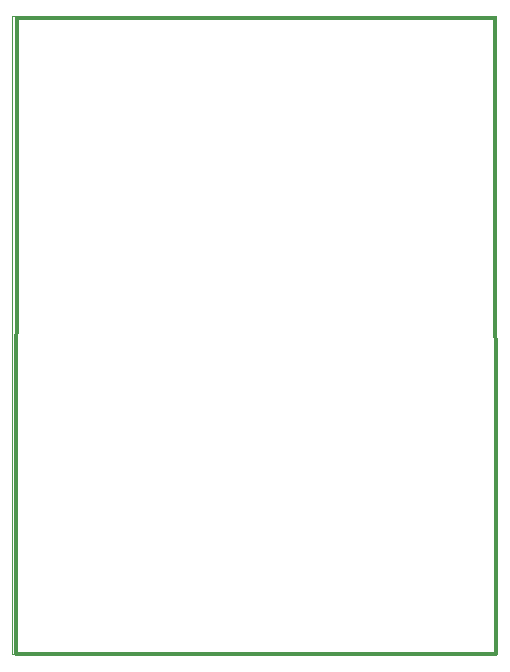
<source format=gbr>
%FSLAX34Y34*%
%MOMM*%
%LNOUTLINE*%
G71*
G01*
%ADD10C,0.002*%
%ADD11C,0.300*%
%LPD*%
G54D10*
X410000Y540000D02*
X0Y540000D01*
X0Y0D01*
X410000Y0D01*
X410000Y540000D01*
G54D11*
X2936Y543D02*
X4127Y538308D01*
G54D11*
X4127Y538308D02*
X408542Y538705D01*
G54D11*
X2936Y543D02*
X410000Y0D01*
X408542Y538705D01*
M02*

</source>
